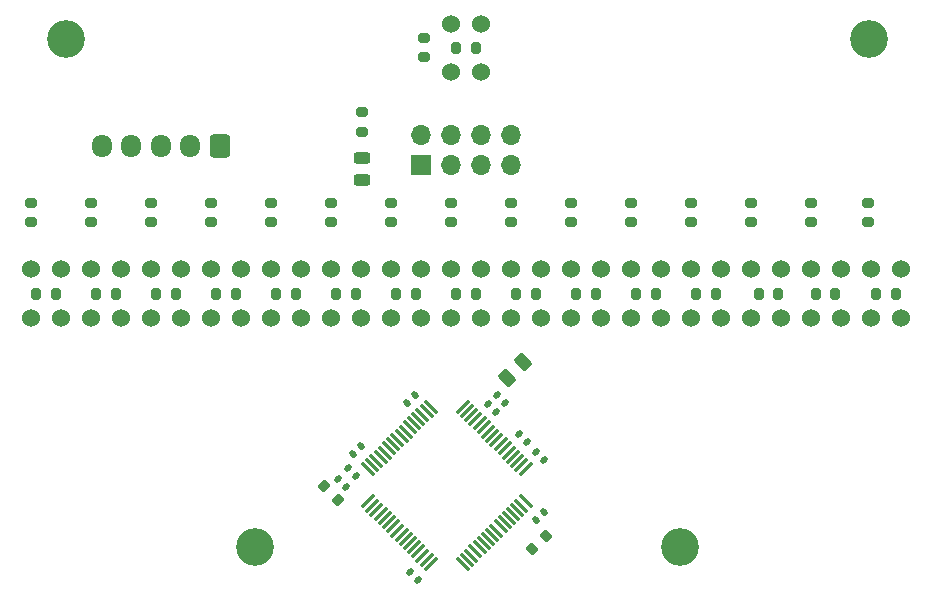
<source format=gbr>
%TF.GenerationSoftware,KiCad,Pcbnew,7.0.9*%
%TF.CreationDate,2024-12-19T18:12:44+09:00*%
%TF.ProjectId,02-LINE,30322d4c-494e-4452-9e6b-696361645f70,rev?*%
%TF.SameCoordinates,Original*%
%TF.FileFunction,Soldermask,Top*%
%TF.FilePolarity,Negative*%
%FSLAX46Y46*%
G04 Gerber Fmt 4.6, Leading zero omitted, Abs format (unit mm)*
G04 Created by KiCad (PCBNEW 7.0.9) date 2024-12-19 18:12:44*
%MOMM*%
%LPD*%
G01*
G04 APERTURE LIST*
G04 Aperture macros list*
%AMRoundRect*
0 Rectangle with rounded corners*
0 $1 Rounding radius*
0 $2 $3 $4 $5 $6 $7 $8 $9 X,Y pos of 4 corners*
0 Add a 4 corners polygon primitive as box body*
4,1,4,$2,$3,$4,$5,$6,$7,$8,$9,$2,$3,0*
0 Add four circle primitives for the rounded corners*
1,1,$1+$1,$2,$3*
1,1,$1+$1,$4,$5*
1,1,$1+$1,$6,$7*
1,1,$1+$1,$8,$9*
0 Add four rect primitives between the rounded corners*
20,1,$1+$1,$2,$3,$4,$5,0*
20,1,$1+$1,$4,$5,$6,$7,0*
20,1,$1+$1,$6,$7,$8,$9,0*
20,1,$1+$1,$8,$9,$2,$3,0*%
G04 Aperture macros list end*
%ADD10RoundRect,0.200000X0.275000X-0.200000X0.275000X0.200000X-0.275000X0.200000X-0.275000X-0.200000X0*%
%ADD11RoundRect,0.140000X0.021213X-0.219203X0.219203X-0.021213X-0.021213X0.219203X-0.219203X0.021213X0*%
%ADD12RoundRect,0.250000X-0.132583X0.503814X-0.503814X0.132583X0.132583X-0.503814X0.503814X-0.132583X0*%
%ADD13RoundRect,0.140000X-0.219203X-0.021213X-0.021213X-0.219203X0.219203X0.021213X0.021213X0.219203X0*%
%ADD14RoundRect,0.200000X0.200000X0.275000X-0.200000X0.275000X-0.200000X-0.275000X0.200000X-0.275000X0*%
%ADD15RoundRect,0.200000X-0.275000X0.200000X-0.275000X-0.200000X0.275000X-0.200000X0.275000X0.200000X0*%
%ADD16RoundRect,0.075000X0.441942X0.548008X-0.548008X-0.441942X-0.441942X-0.548008X0.548008X0.441942X0*%
%ADD17RoundRect,0.075000X-0.441942X0.548008X-0.548008X0.441942X0.441942X-0.548008X0.548008X-0.441942X0*%
%ADD18RoundRect,0.140000X0.219203X0.021213X0.021213X0.219203X-0.219203X-0.021213X-0.021213X-0.219203X0*%
%ADD19C,3.200000*%
%ADD20RoundRect,0.200000X0.053033X-0.335876X0.335876X-0.053033X-0.053033X0.335876X-0.335876X0.053033X0*%
%ADD21RoundRect,0.243750X-0.456250X0.243750X-0.456250X-0.243750X0.456250X-0.243750X0.456250X0.243750X0*%
%ADD22RoundRect,0.250000X0.600000X0.725000X-0.600000X0.725000X-0.600000X-0.725000X0.600000X-0.725000X0*%
%ADD23O,1.700000X1.950000*%
%ADD24RoundRect,0.200000X0.335876X0.053033X0.053033X0.335876X-0.335876X-0.053033X-0.053033X-0.335876X0*%
%ADD25RoundRect,0.140000X-0.021213X0.219203X-0.219203X0.021213X0.021213X-0.219203X0.219203X-0.021213X0*%
%ADD26C,1.524000*%
%ADD27R,1.700000X1.700000*%
%ADD28O,1.700000X1.700000*%
G04 APERTURE END LIST*
D10*
%TO.C,R15*%
X148590000Y-107505000D03*
X148590000Y-105855000D03*
%TD*%
D11*
%TO.C,C8*%
X155755214Y-132655730D03*
X156434036Y-131976908D03*
%TD*%
D12*
%TO.C,FB1*%
X154645235Y-119354765D03*
X153354765Y-120645235D03*
%TD*%
D13*
%TO.C,C3*%
X155755214Y-126896908D03*
X156434036Y-127575730D03*
%TD*%
D14*
%TO.C,R21*%
X181102000Y-113538000D03*
X179452000Y-113538000D03*
%TD*%
%TO.C,R17*%
X160845000Y-113538000D03*
X159195000Y-113538000D03*
%TD*%
D10*
%TO.C,R25*%
X138430000Y-107505000D03*
X138430000Y-105855000D03*
%TD*%
D15*
%TO.C,R31*%
X146304000Y-91885000D03*
X146304000Y-93535000D03*
%TD*%
D16*
%TO.C,U1*%
X154885106Y-128396532D03*
X154531553Y-128042979D03*
X154178000Y-127689426D03*
X153824446Y-127335872D03*
X153470893Y-126982319D03*
X153117339Y-126628765D03*
X152763786Y-126275212D03*
X152410233Y-125921659D03*
X152056679Y-125568105D03*
X151703126Y-125214552D03*
X151349573Y-124860999D03*
X150996019Y-124507445D03*
X150642466Y-124153892D03*
X150288912Y-123800338D03*
X149935359Y-123446785D03*
X149581806Y-123093232D03*
D17*
X146859444Y-123093232D03*
X146505891Y-123446785D03*
X146152338Y-123800338D03*
X145798784Y-124153892D03*
X145445231Y-124507445D03*
X145091677Y-124860999D03*
X144738124Y-125214552D03*
X144384571Y-125568105D03*
X144031017Y-125921659D03*
X143677464Y-126275212D03*
X143323911Y-126628765D03*
X142970357Y-126982319D03*
X142616804Y-127335872D03*
X142263250Y-127689426D03*
X141909697Y-128042979D03*
X141556144Y-128396532D03*
D16*
X141556144Y-131118894D03*
X141909697Y-131472447D03*
X142263250Y-131826000D03*
X142616804Y-132179554D03*
X142970357Y-132533107D03*
X143323911Y-132886661D03*
X143677464Y-133240214D03*
X144031017Y-133593767D03*
X144384571Y-133947321D03*
X144738124Y-134300874D03*
X145091677Y-134654427D03*
X145445231Y-135007981D03*
X145798784Y-135361534D03*
X146152338Y-135715088D03*
X146505891Y-136068641D03*
X146859444Y-136422194D03*
D17*
X149581806Y-136422194D03*
X149935359Y-136068641D03*
X150288912Y-135715088D03*
X150642466Y-135361534D03*
X150996019Y-135007981D03*
X151349573Y-134654427D03*
X151703126Y-134300874D03*
X152056679Y-133947321D03*
X152410233Y-133593767D03*
X152763786Y-133240214D03*
X153117339Y-132886661D03*
X153470893Y-132533107D03*
X153824446Y-132179554D03*
X154178000Y-131826000D03*
X154531553Y-131472447D03*
X154885106Y-131118894D03*
%TD*%
D14*
%TO.C,R36*%
X125285000Y-113538000D03*
X123635000Y-113538000D03*
%TD*%
D18*
%TO.C,C10*%
X153132036Y-122749730D03*
X152453214Y-122070908D03*
%TD*%
D14*
%TO.C,R37*%
X120205000Y-113538000D03*
X118555000Y-113538000D03*
%TD*%
%TO.C,R20*%
X176276000Y-113538000D03*
X174626000Y-113538000D03*
%TD*%
D10*
%TO.C,R11*%
X168910000Y-107505000D03*
X168910000Y-105855000D03*
%TD*%
D18*
%TO.C,C1*%
X155025411Y-126069411D03*
X154346589Y-125390589D03*
%TD*%
D14*
%TO.C,R19*%
X171005000Y-113538000D03*
X169355000Y-113538000D03*
%TD*%
D10*
%TO.C,R10*%
X163830000Y-107505000D03*
X163830000Y-105855000D03*
%TD*%
D14*
%TO.C,R32*%
X145605000Y-113538000D03*
X143955000Y-113538000D03*
%TD*%
D10*
%TO.C,R14*%
X183896000Y-107505000D03*
X183896000Y-105855000D03*
%TD*%
D19*
%TO.C,REF\u002A\u002A*%
X184000000Y-92000000D03*
%TD*%
D18*
%TO.C,C9*%
X152370036Y-123511730D03*
X151691214Y-122832908D03*
%TD*%
D10*
%TO.C,R29*%
X118110000Y-107505000D03*
X118110000Y-105855000D03*
%TD*%
D18*
%TO.C,C7*%
X139670036Y-129861730D03*
X138991214Y-129182908D03*
%TD*%
D10*
%TO.C,R12*%
X173990000Y-107505000D03*
X173990000Y-105855000D03*
%TD*%
D13*
%TO.C,C5*%
X139838625Y-128252319D03*
X140517447Y-128931141D03*
%TD*%
D15*
%TO.C,R3*%
X141000000Y-98175000D03*
X141000000Y-99825000D03*
%TD*%
D14*
%TO.C,R33*%
X140525000Y-113538000D03*
X138875000Y-113538000D03*
%TD*%
%TO.C,R38*%
X115125000Y-113538000D03*
X113475000Y-113538000D03*
%TD*%
D20*
%TO.C,R1*%
X155416637Y-135185682D03*
X156583363Y-134018956D03*
%TD*%
D14*
%TO.C,R22*%
X186245000Y-113538000D03*
X184595000Y-113538000D03*
%TD*%
D13*
%TO.C,C6*%
X145087214Y-137056908D03*
X145766036Y-137735730D03*
%TD*%
D19*
%TO.C,REF\u002A\u002A*%
X132000000Y-135000000D03*
%TD*%
D14*
%TO.C,R16*%
X155765000Y-113538000D03*
X154115000Y-113538000D03*
%TD*%
D10*
%TO.C,R8*%
X153670000Y-107505000D03*
X153670000Y-105855000D03*
%TD*%
D14*
%TO.C,R39*%
X150685000Y-92710000D03*
X149035000Y-92710000D03*
%TD*%
D21*
%TO.C,D1*%
X141000000Y-102062500D03*
X141000000Y-103937500D03*
%TD*%
D10*
%TO.C,R26*%
X133350000Y-107505000D03*
X133350000Y-105855000D03*
%TD*%
D14*
%TO.C,R23*%
X150685000Y-113538000D03*
X149035000Y-113538000D03*
%TD*%
D10*
%TO.C,R9*%
X158750000Y-107505000D03*
X158750000Y-105855000D03*
%TD*%
D19*
%TO.C,REF\u002A\u002A*%
X116000000Y-92000000D03*
%TD*%
D10*
%TO.C,R30*%
X113030000Y-107505000D03*
X113030000Y-105855000D03*
%TD*%
D22*
%TO.C,J3*%
X129000000Y-101000000D03*
D23*
X126500000Y-101000000D03*
X124000000Y-101000000D03*
X121500000Y-101000000D03*
X119000000Y-101000000D03*
%TD*%
D24*
%TO.C,R2*%
X139000000Y-131000000D03*
X137833274Y-129833274D03*
%TD*%
D14*
%TO.C,R34*%
X135445000Y-113538000D03*
X133795000Y-113538000D03*
%TD*%
D19*
%TO.C,REF\u002A\u002A*%
X168000000Y-135000000D03*
%TD*%
D10*
%TO.C,R27*%
X128270000Y-107505000D03*
X128270000Y-105855000D03*
%TD*%
D14*
%TO.C,R18*%
X165925000Y-113538000D03*
X164275000Y-113538000D03*
%TD*%
D10*
%TO.C,R28*%
X123190000Y-107505000D03*
X123190000Y-105855000D03*
%TD*%
D14*
%TO.C,R35*%
X130365000Y-113538000D03*
X128715000Y-113538000D03*
%TD*%
D25*
%TO.C,C4*%
X145512036Y-122070908D03*
X144833214Y-122749730D03*
%TD*%
D10*
%TO.C,R13*%
X179070000Y-107505000D03*
X179070000Y-105855000D03*
%TD*%
%TO.C,R24*%
X143510000Y-107505000D03*
X143510000Y-105855000D03*
%TD*%
D25*
%TO.C,C2*%
X140940036Y-126388908D03*
X140261214Y-127067730D03*
%TD*%
D26*
%TO.C,U16*%
X115570000Y-111470000D03*
X113030000Y-111470000D03*
X115570000Y-115570000D03*
X113030000Y-115570000D03*
%TD*%
%TO.C,U17*%
X151130000Y-90660000D03*
X148590000Y-90660000D03*
X151130000Y-94760000D03*
X148590000Y-94760000D03*
%TD*%
%TO.C,U7*%
X181610000Y-111470000D03*
X179070000Y-111470000D03*
X181610000Y-115570000D03*
X179070000Y-115570000D03*
%TD*%
%TO.C,U6*%
X176530000Y-111470000D03*
X173990000Y-111470000D03*
X176530000Y-115570000D03*
X173990000Y-115570000D03*
%TD*%
%TO.C,U3*%
X161290000Y-111470000D03*
X158750000Y-111470000D03*
X161290000Y-115570000D03*
X158750000Y-115570000D03*
%TD*%
%TO.C,U9*%
X151130000Y-111470000D03*
X148590000Y-111470000D03*
X151130000Y-115570000D03*
X148590000Y-115570000D03*
%TD*%
%TO.C,U12*%
X135890000Y-111470000D03*
X133350000Y-111470000D03*
X135890000Y-115570000D03*
X133350000Y-115570000D03*
%TD*%
%TO.C,U8*%
X186690000Y-111470000D03*
X184150000Y-111470000D03*
X186690000Y-115570000D03*
X184150000Y-115570000D03*
%TD*%
%TO.C,U10*%
X146050000Y-111470000D03*
X143510000Y-111470000D03*
X146050000Y-115570000D03*
X143510000Y-115570000D03*
%TD*%
%TO.C,U5*%
X171450000Y-111470000D03*
X168910000Y-111470000D03*
X171450000Y-115570000D03*
X168910000Y-115570000D03*
%TD*%
%TO.C,U14*%
X125730000Y-111470000D03*
X123190000Y-111470000D03*
X125730000Y-115570000D03*
X123190000Y-115570000D03*
%TD*%
%TO.C,U2*%
X156210000Y-111470000D03*
X153670000Y-111470000D03*
X156210000Y-115570000D03*
X153670000Y-115570000D03*
%TD*%
%TO.C,U13*%
X130810000Y-111470000D03*
X128270000Y-111470000D03*
X130810000Y-115570000D03*
X128270000Y-115570000D03*
%TD*%
%TO.C,U11*%
X140970000Y-111470000D03*
X138430000Y-111470000D03*
X140970000Y-115570000D03*
X138430000Y-115570000D03*
%TD*%
%TO.C,U4*%
X166370000Y-111470000D03*
X163830000Y-111470000D03*
X166370000Y-115570000D03*
X163830000Y-115570000D03*
%TD*%
D27*
%TO.C,J2*%
X146050000Y-102616000D03*
D28*
X146050000Y-100076000D03*
X148590000Y-102616000D03*
X148590000Y-100076000D03*
X151130000Y-102616000D03*
X151130000Y-100076000D03*
X153670000Y-102616000D03*
X153670000Y-100076000D03*
%TD*%
D26*
%TO.C,U15*%
X120650000Y-111470000D03*
X118110000Y-111470000D03*
X120650000Y-115570000D03*
X118110000Y-115570000D03*
%TD*%
M02*

</source>
